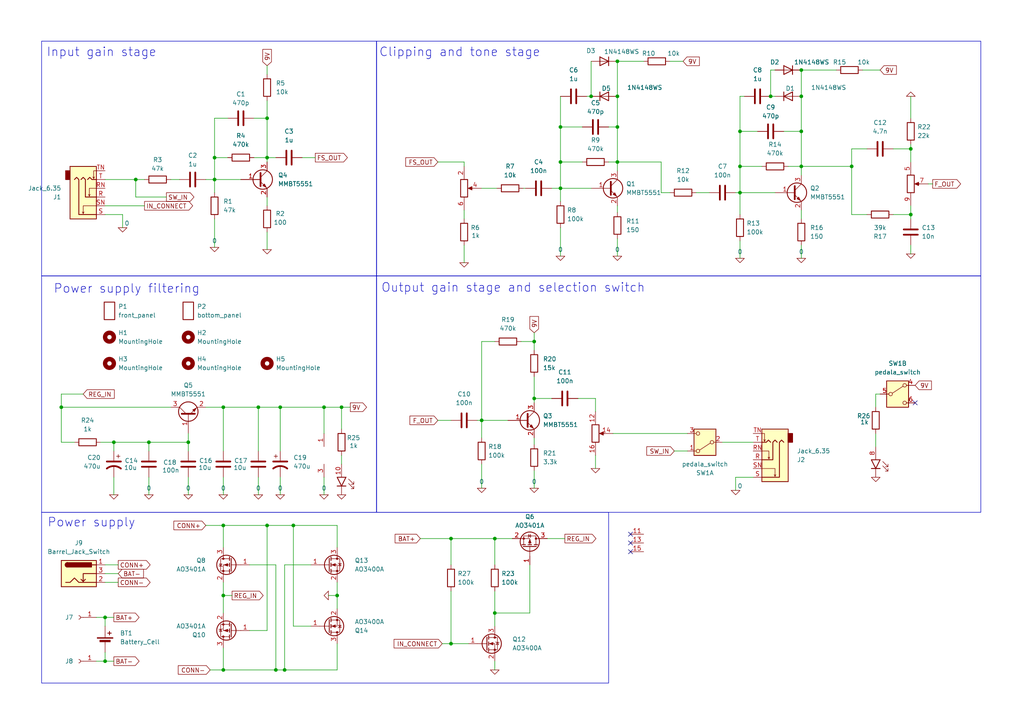
<source format=kicad_sch>
(kicad_sch (version 20250114) (generator "eeschema") (generator_version "9.0")
  (paper "A4")
  (title_block (title "Big Muff Pi"))
  (rectangle (start 12.065 148.59) (end 176.53 198.12))
  (rectangle (start 109.22 11.938) (end 284.48 80.01))
  (rectangle (start 12.065 11.938) (end 109.22 80.01))
  (rectangle (start 12.065 80.01) (end 109.22 148.59))
  (rectangle (start 109.22 80.01) (end 284.48 148.59))
  (text "Power supply filtering" (at 15.494 85.344 0) (effects (font (size 2.54 2.54)) (justify left bottom)))
  (text "Input gain stage" (at 29.464 15.24 0) (effects (font (size 2.54 2.54))))
  (text "Output gain stage and selection switch" (at 148.844 83.566 0) (effects (font (size 2.54 2.54))))
  (text "Clipping and tone stage" (at 133.35 15.24 0) (effects (font (size 2.54 2.54))))
  (text "Power supply" (at 13.716 151.638 0) (effects (font (size 2.54 2.54)) (justify left)))
  (junction (at 82.55 194.31))
  (junction (at 30.48 179.07))
  (junction (at 143.51 177.8))
  (junction (at 43.18 128.27))
  (junction (at 62.23 52.07))
  (junction (at 81.28 118.11))
  (junction (at 17.78 118.11))
  (junction (at 33.02 128.27))
  (junction (at 154.94 99.06))
  (junction (at 232.41 38.1))
  (junction (at 97.79 172.72))
  (junction (at 64.77 172.72))
  (junction (at 74.93 118.11))
  (junction (at 179.07 46.99))
  (junction (at 179.07 27.94))
  (junction (at 77.47 152.4))
  (junction (at 64.77 118.11))
  (junction (at 64.77 152.4))
  (junction (at 130.81 186.69))
  (junction (at 80.01 194.31))
  (junction (at 264.16 62.23))
  (junction (at 232.41 20.32))
  (junction (at 214.63 48.26))
  (junction (at 54.61 128.27))
  (junction (at 130.81 156.21))
  (junction (at 154.94 115.57))
  (junction (at 179.07 36.83))
  (junction (at 85.09 152.4))
  (junction (at 214.63 38.1))
  (junction (at 99.06 118.11))
  (junction (at 162.56 54.61))
  (junction (at 30.48 191.77))
  (junction (at 93.98 118.11))
  (junction (at 264.16 43.18))
  (junction (at 143.51 156.21))
  (junction (at 62.23 45.72))
  (junction (at 171.45 27.94))
  (junction (at 214.63 55.88))
  (junction (at 247.015 48.26))
  (junction (at 232.41 27.94))
  (junction (at 77.47 34.29))
  (junction (at 162.56 36.83))
  (junction (at 139.7 121.92))
  (junction (at 64.77 194.31))
  (junction (at 232.41 48.26))
  (junction (at 179.07 17.78))
  (junction (at 77.47 45.72))
  (junction (at 223.52 27.94))
  (junction (at 39.37 52.07))
  (junction (at 162.56 46.99))
  (no_connect (at 265.43 116.84))
  (no_connect (at 182.88 154.94))
  (no_connect (at 182.88 157.48))
  (no_connect (at 182.88 160.02))
  (wire (pts (xy 232.41 27.94) (xy 232.41 38.1)))
  (wire (pts (xy 179.07 27.94) (xy 179.07 36.83)))
  (wire (pts (xy 264.16 27.94) (xy 264.16 34.29)))
  (wire (pts (xy 77.47 152.4) (xy 85.09 152.4)))
  (wire (pts (xy 73.66 45.72) (xy 77.47 45.72)))
  (wire (pts (xy 62.23 52.07) (xy 69.85 52.07)))
  (wire (pts (xy 176.53 46.99) (xy 179.07 46.99)))
  (wire (pts (xy 264.16 41.91) (xy 264.16 43.18)))
  (wire (pts (xy 60.96 194.31) (xy 64.77 194.31)))
  (wire (pts (xy 251.46 43.18) (xy 247.015 43.18)))
  (wire (pts (xy 99.06 118.11) (xy 99.06 124.46)))
  (wire (pts (xy 214.63 27.94) (xy 214.63 38.1)))
  (wire (pts (xy 77.47 46.99) (xy 77.47 45.72)))
  (wire (pts (xy 232.41 71.12) (xy 232.41 74.93)))
  (wire (pts (xy 139.7 54.61) (xy 144.145 54.61)))
  (wire (pts (xy 66.04 34.29) (xy 62.23 34.29)))
  (wire (pts (xy 90.17 181.61) (xy 85.09 181.61)))
  (wire (pts (xy 201.93 55.88) (xy 205.74 55.88)))
  (wire (pts (xy 85.09 152.4) (xy 97.79 152.4)))
  (wire (pts (xy 30.48 59.69) (xy 41.91 59.69)))
  (wire (pts (xy 74.93 118.11) (xy 74.93 130.81)))
  (wire (pts (xy 81.28 138.43) (xy 81.28 143.51)))
  (wire (pts (xy 77.47 45.72) (xy 80.01 45.72)))
  (wire (pts (xy 143.51 163.83) (xy 143.51 156.21)))
  (wire (pts (xy 99.06 132.08) (xy 99.06 134.62)))
  (wire (pts (xy 130.81 171.45) (xy 130.81 186.69)))
  (wire (pts (xy 80.01 194.31) (xy 82.55 194.31)))
  (wire (pts (xy 64.77 138.43) (xy 64.77 143.51)))
  (wire (pts (xy 264.16 63.5) (xy 264.16 62.23)))
  (wire (pts (xy 130.81 186.69) (xy 135.89 186.69)))
  (wire (pts (xy 213.36 138.43) (xy 218.44 138.43)))
  (wire (pts (xy 93.98 138.43) (xy 93.98 143.51)))
  (wire (pts (xy 167.64 115.57) (xy 172.72 115.57)))
  (wire (pts (xy 177.8 125.73) (xy 199.39 125.73)))
  (wire (pts (xy 179.07 46.99) (xy 179.07 49.53)))
  (wire (pts (xy 247.015 48.26) (xy 247.015 62.23)))
  (wire (pts (xy 17.78 118.11) (xy 17.78 128.27)))
  (wire (pts (xy 232.41 38.1) (xy 232.41 48.26)))
  (wire (pts (xy 30.48 181.61) (xy 30.48 179.07)))
  (wire (pts (xy 99.06 118.11) (xy 93.98 118.11)))
  (wire (pts (xy 43.18 128.27) (xy 54.61 128.27)))
  (wire (pts (xy 232.41 60.96) (xy 232.41 63.5)))
  (wire (pts (xy 232.41 48.26) (xy 232.41 50.8)))
  (wire (pts (xy 82.55 194.31) (xy 97.79 194.31)))
  (wire (pts (xy 59.69 52.07) (xy 62.23 52.07)))
  (wire (pts (xy 39.37 52.07) (xy 41.91 52.07)))
  (wire (pts (xy 82.55 163.83) (xy 82.55 194.31)))
  (wire (pts (xy 66.04 45.72) (xy 62.23 45.72)))
  (wire (pts (xy 179.07 17.78) (xy 179.07 27.94)))
  (wire (pts (xy 43.18 138.43) (xy 43.18 143.51)))
  (wire (pts (xy 264.16 43.18) (xy 264.16 46.99)))
  (wire (pts (xy 162.56 46.99) (xy 162.56 54.61)))
  (wire (pts (xy 191.77 55.88) (xy 191.77 46.99)))
  (wire (pts (xy 33.02 138.43) (xy 33.02 143.51)))
  (wire (pts (xy 223.52 27.94) (xy 224.79 27.94)))
  (wire (pts (xy 72.39 163.83) (xy 80.01 163.83)))
  (wire (pts (xy 162.56 66.04) (xy 162.56 74.295)))
  (wire (pts (xy 254 114.3) (xy 255.27 114.3)))
  (wire (pts (xy 162.56 36.83) (xy 168.91 36.83)))
  (wire (pts (xy 264.16 59.69) (xy 264.16 62.23)))
  (wire (pts (xy 21.59 128.27) (xy 17.78 128.27)))
  (wire (pts (xy 97.79 152.4) (xy 97.79 158.75)))
  (wire (pts (xy 198.12 17.78) (xy 194.31 17.78)))
  (wire (pts (xy 214.63 48.26) (xy 214.63 55.88)))
  (wire (pts (xy 30.48 52.07) (xy 39.37 52.07)))
  (wire (pts (xy 130.81 156.21) (xy 130.81 163.83)))
  (wire (pts (xy 259.08 43.18) (xy 264.16 43.18)))
  (wire (pts (xy 93.98 118.11) (xy 81.28 118.11)))
  (wire (pts (xy 77.47 182.88) (xy 77.47 152.4)))
  (wire (pts (xy 62.23 55.88) (xy 62.23 52.07)))
  (wire (pts (xy 151.765 54.61) (xy 152.4 54.61)))
  (wire (pts (xy 214.63 38.1) (xy 214.63 48.26)))
  (wire (pts (xy 191.77 55.88) (xy 194.31 55.88)))
  (wire (pts (xy 62.23 63.5) (xy 62.23 71.755)))
  (wire (pts (xy 81.28 118.11) (xy 74.93 118.11)))
  (wire (pts (xy 213.36 55.88) (xy 214.63 55.88)))
  (wire (pts (xy 27.94 191.77) (xy 30.48 191.77)))
  (wire (pts (xy 17.78 114.3) (xy 17.78 118.11)))
  (wire (pts (xy 162.56 54.61) (xy 171.45 54.61)))
  (wire (pts (xy 143.51 156.21) (xy 148.59 156.21)))
  (wire (pts (xy 43.18 128.27) (xy 43.18 130.81)))
  (wire (pts (xy 172.72 119.38) (xy 172.72 115.57)))
  (wire (pts (xy 247.015 43.18) (xy 247.015 48.26)))
  (wire (pts (xy 259.08 62.23) (xy 264.16 62.23)))
  (wire (pts (xy 154.94 127) (xy 154.94 128.905)))
  (wire (pts (xy 154.94 136.525) (xy 154.94 141.605)))
  (wire (pts (xy 143.51 181.61) (xy 143.51 177.8)))
  (wire (pts (xy 153.67 177.8) (xy 143.51 177.8)))
  (wire (pts (xy 34.29 168.91) (xy 30.48 168.91)))
  (wire (pts (xy 121.92 156.21) (xy 130.81 156.21)))
  (wire (pts (xy 143.51 194.31) (xy 143.51 191.77)))
  (wire (pts (xy 77.47 67.31) (xy 77.47 72.39)))
  (wire (pts (xy 85.09 181.61) (xy 85.09 152.4)))
  (wire (pts (xy 143.51 99.06) (xy 139.7 99.06)))
  (wire (pts (xy 93.98 118.11) (xy 93.98 125.73)))
  (wire (pts (xy 264.16 71.12) (xy 264.16 73.66)))
  (wire (pts (xy 151.13 99.06) (xy 154.94 99.06)))
  (wire (pts (xy 162.56 27.94) (xy 162.56 36.83)))
  (wire (pts (xy 64.77 187.96) (xy 64.77 194.31)))
  (wire (pts (xy 160.02 115.57) (xy 154.94 115.57)))
  (wire (pts (xy 49.53 52.07) (xy 52.07 52.07)))
  (wire (pts (xy 186.69 17.78) (xy 179.07 17.78)))
  (wire (pts (xy 95.25 172.72) (xy 97.79 172.72)))
  (wire (pts (xy 39.37 57.15) (xy 48.26 57.15)))
  (wire (pts (xy 162.56 36.83) (xy 162.56 46.99)))
  (wire (pts (xy 160.02 54.61) (xy 162.56 54.61)))
  (wire (pts (xy 64.77 152.4) (xy 77.47 152.4)))
  (wire (pts (xy 77.47 34.29) (xy 77.47 45.72)))
  (wire (pts (xy 59.69 118.11) (xy 64.77 118.11)))
  (wire (pts (xy 54.61 125.73) (xy 54.61 128.27)))
  (wire (pts (xy 179.07 46.99) (xy 191.77 46.99)))
  (wire (pts (xy 227.33 38.1) (xy 232.41 38.1)))
  (wire (pts (xy 154.94 109.22) (xy 154.94 115.57)))
  (wire (pts (xy 97.79 176.53) (xy 97.79 172.72)))
  (wire (pts (xy 81.28 118.11) (xy 81.28 130.81)))
  (wire (pts (xy 97.79 172.72) (xy 97.79 168.91)))
  (wire (pts (xy 176.53 36.83) (xy 179.07 36.83)))
  (wire (pts (xy 143.51 171.45) (xy 143.51 177.8)))
  (wire (pts (xy 162.56 58.42) (xy 162.56 54.61)))
  (wire (pts (xy 139.7 99.06) (xy 139.7 121.92)))
  (wire (pts (xy 101.6 118.11) (xy 99.06 118.11)))
  (wire (pts (xy 213.36 142.24) (xy 213.36 138.43)))
  (wire (pts (xy 254 118.11) (xy 254 114.3)))
  (wire (pts (xy 172.72 132.08) (xy 172.72 135.89)))
  (wire (pts (xy 162.56 46.99) (xy 168.91 46.99)))
  (wire (pts (xy 97.79 194.31) (xy 97.79 186.69)))
  (wire (pts (xy 77.47 57.15) (xy 77.47 59.69)))
  (wire (pts (xy 33.02 128.27) (xy 43.18 128.27)))
  (wire (pts (xy 35.56 62.23) (xy 35.56 66.04)))
  (wire (pts (xy 139.7 121.92) (xy 147.32 121.92)))
  (wire (pts (xy 134.62 46.99) (xy 134.62 48.26)))
  (wire (pts (xy 154.94 99.06) (xy 154.94 101.6)))
  (wire (pts (xy 59.69 152.4) (xy 64.77 152.4)))
  (wire (pts (xy 138.43 121.92) (xy 139.7 121.92)))
  (wire (pts (xy 209.55 128.27) (xy 218.44 128.27)))
  (wire (pts (xy 64.77 158.75) (xy 64.77 152.4)))
  (wire (pts (xy 214.63 27.94) (xy 215.9 27.94)))
  (wire (pts (xy 64.77 172.72) (xy 64.77 168.91)))
  (wire (pts (xy 62.23 34.29) (xy 62.23 45.72)))
  (wire (pts (xy 17.78 118.11) (xy 49.53 118.11)))
  (wire (pts (xy 153.67 163.83) (xy 153.67 177.8)))
  (wire (pts (xy 72.39 182.88) (xy 77.47 182.88)))
  (wire (pts (xy 128.27 186.69) (xy 130.81 186.69)))
  (wire (pts (xy 214.63 48.26) (xy 220.98 48.26)))
  (wire (pts (xy 54.61 130.81) (xy 54.61 128.27)))
  (wire (pts (xy 127 46.99) (xy 134.62 46.99)))
  (wire (pts (xy 214.63 55.88) (xy 214.63 62.23)))
  (wire (pts (xy 24.13 114.3) (xy 17.78 114.3)))
  (wire (pts (xy 179.07 59.69) (xy 179.07 61.595)))
  (wire (pts (xy 154.94 96.52) (xy 154.94 99.06)))
  (wire (pts (xy 254 129.54) (xy 254 125.73)))
  (wire (pts (xy 139.7 127) (xy 139.7 121.92)))
  (wire (pts (xy 223.52 20.32) (xy 224.79 20.32)))
  (wire (pts (xy 232.41 20.32) (xy 232.41 27.94)))
  (wire (pts (xy 77.47 19.05) (xy 77.47 21.59)))
  (wire (pts (xy 130.81 156.21) (xy 143.51 156.21)))
  (wire (pts (xy 255.27 20.32) (xy 250.19 20.32)))
  (wire (pts (xy 223.52 20.32) (xy 223.52 27.94)))
  (wire (pts (xy 30.48 166.37) (xy 34.29 166.37)))
  (wire (pts (xy 214.63 55.88) (xy 224.79 55.88)))
  (wire (pts (xy 163.83 156.21) (xy 158.75 156.21)))
  (wire (pts (xy 214.63 69.85) (xy 214.63 74.93)))
  (wire (pts (xy 154.94 115.57) (xy 154.94 116.84)))
  (wire (pts (xy 269.24 53.34) (xy 270.51 53.34)))
  (wire (pts (xy 73.66 34.29) (xy 77.47 34.29)))
  (wire (pts (xy 62.23 45.72) (xy 62.23 52.07)))
  (wire (pts (xy 195.58 130.81) (xy 199.39 130.81)))
  (wire (pts (xy 30.48 62.23) (xy 35.56 62.23)))
  (wire (pts (xy 232.41 48.26) (xy 247.015 48.26)))
  (wire (pts (xy 179.07 36.83) (xy 179.07 46.99)))
  (wire (pts (xy 87.63 45.72) (xy 91.44 45.72)))
  (wire (pts (xy 77.47 29.21) (xy 77.47 34.29)))
  (wire (pts (xy 90.17 163.83) (xy 82.55 163.83)))
  (wire (pts (xy 39.37 57.15) (xy 39.37 52.07)))
  (wire (pts (xy 64.77 177.8) (xy 64.77 172.72)))
  (wire (pts (xy 74.93 138.43) (xy 74.93 143.51)))
  (wire (pts (xy 134.62 71.12) (xy 134.62 76.2)))
  (wire (pts (xy 27.94 179.07) (xy 30.48 179.07)))
  (wire (pts (xy 54.61 138.43) (xy 54.61 143.51)))
  (wire (pts (xy 30.48 189.23) (xy 30.48 191.77)))
  (wire (pts (xy 127 121.92) (xy 130.81 121.92)))
  (wire (pts (xy 247.015 62.23) (xy 251.46 62.23)))
  (wire (pts (xy 34.29 163.83) (xy 30.48 163.83)))
  (wire (pts (xy 228.6 48.26) (xy 232.41 48.26)))
  (wire (pts (xy 64.77 118.11) (xy 64.77 130.81)))
  (wire (pts (xy 179.07 69.215) (xy 179.07 74.295)))
  (wire (pts (xy 232.41 20.32) (xy 242.57 20.32)))
  (wire (pts (xy 29.21 128.27) (xy 33.02 128.27)))
  (wire (pts (xy 30.48 179.07) (xy 33.02 179.07)))
  (wire (pts (xy 33.02 128.27) (xy 33.02 130.81)))
  (wire (pts (xy 80.01 163.83) (xy 80.01 194.31)))
  (wire (pts (xy 64.77 194.31) (xy 80.01 194.31)))
  (wire (pts (xy 171.45 17.78) (xy 171.45 27.94)))
  (wire (pts (xy 30.48 191.77) (xy 33.02 191.77)))
  (wire (pts (xy 170.18 27.94) (xy 171.45 27.94)))
  (wire (pts (xy 134.62 60.96) (xy 134.62 63.5)))
  (wire (pts (xy 214.63 38.1) (xy 219.71 38.1)))
  (wire (pts (xy 74.93 118.11) (xy 64.77 118.11)))
  (wire (pts (xy 139.7 134.62) (xy 139.7 141.605)))
  (wire (pts (xy 67.31 172.72) (xy 64.77 172.72)))
  (global_label "FS_OUT" (shape input) (at 127 46.99 180) (property "Intersheetrefs" "${INTERSHEET_REFS}" (effects (hide yes))))
  (global_label "REG_IN" (shape input) (at 24.13 114.3 0) (property "Intersheetrefs" "${INTERSHEET_REFS}" (effects (hide yes))))
  (global_label "9V" (shape output) (at 101.6 118.11 0) (property "Intersheetrefs" "${INTERSHEET_REFS}" (effects (hide yes))))
  (global_label "CONN+" (shape output) (at 34.29 163.83 0) (property "Intersheetrefs" "${INTERSHEET_REFS}" (effects (hide yes))))
  (global_label "CONN+" (shape input) (at 59.69 152.4 180) (property "Intersheetrefs" "${INTERSHEET_REFS}" (effects (hide yes))))
  (global_label "SW_IN" (shape output) (at 48.26 57.15 0) (property "Intersheetrefs" "${INTERSHEET_REFS}" (effects (hide yes))))
  (global_label "9V" (shape input) (at 77.47 19.05 90) (property "Intersheetrefs" "${INTERSHEET_REFS}" (effects (hide yes))))
  (global_label "BAT-" (shape output) (at 33.02 191.77 0) (property "Intersheetrefs" "${INTERSHEET_REFS}" (effects (hide yes))))
  (global_label "IN_CONNECT" (shape input) (at 128.27 186.69 180) (property "Intersheetrefs" "${INTERSHEET_REFS}" (effects (hide yes))))
  (global_label "9V" (shape input) (at 198.12 17.78 0) (property "Intersheetrefs" "${INTERSHEET_REFS}" (effects (hide yes))))
  (global_label "FS_OUT" (shape output) (at 91.44 45.72 0) (property "Intersheetrefs" "${INTERSHEET_REFS}" (effects (hide yes))))
  (global_label "BAT+" (shape output) (at 33.02 179.07 0) (property "Intersheetrefs" "${INTERSHEET_REFS}" (effects (hide yes))))
  (global_label "F_OUT" (shape input) (at 127 121.92 180) (property "Intersheetrefs" "${INTERSHEET_REFS}" (effects (hide yes))))
  (global_label "F_OUT" (shape output) (at 270.51 53.34 0) (property "Intersheetrefs" "${INTERSHEET_REFS}" (effects (hide yes))))
  (global_label "BAT-" (shape input) (at 34.29 166.37 0) (property "Intersheetrefs" "${INTERSHEET_REFS}" (effects (hide yes))))
  (global_label "BAT+" (shape input) (at 121.92 156.21 180) (property "Intersheetrefs" "${INTERSHEET_REFS}" (effects (hide yes))))
  (global_label "SW_IN" (shape input) (at 195.58 130.81 180) (property "Intersheetrefs" "${INTERSHEET_REFS}" (effects (hide yes))))
  (global_label "IN_CONNECT" (shape output) (at 41.91 59.69 0) (property "Intersheetrefs" "${INTERSHEET_REFS}" (effects (hide yes))))
  (global_label "CONN-" (shape input) (at 60.96 194.31 180) (property "Intersheetrefs" "${INTERSHEET_REFS}" (effects (hide yes))))
  (global_label "REG_IN" (shape output) (at 163.83 156.21 0) (property "Intersheetrefs" "${INTERSHEET_REFS}" (effects (hide yes))))
  (global_label "CONN-" (shape output) (at 34.29 168.91 0) (property "Intersheetrefs" "${INTERSHEET_REFS}" (effects (hide yes))))
  (global_label "9V" (shape input) (at 265.43 111.76 0) (property "Intersheetrefs" "${INTERSHEET_REFS}" (effects (hide yes))))
  (global_label "9V" (shape input) (at 154.94 96.52 90) (property "Intersheetrefs" "${INTERSHEET_REFS}" (effects (hide yes))))
  (global_label "REG_IN" (shape output) (at 67.31 172.72 0) (property "Intersheetrefs" "${INTERSHEET_REFS}" (effects (hide yes))))
  (global_label "9V" (shape input) (at 255.27 20.32 0) (property "Intersheetrefs" "${INTERSHEET_REFS}" (effects (hide yes))))
  (symbol (lib_id "Diode:1N4148WS") (at 228.6 27.94 0) (unit 1)
    (property "Reference" "D1" (at 227.838 25.654 0) (effects (justify left)))
    (property "Value" "1N4148WS" (at 235.204 25.4 0) (effects (justify left)))
    (property "Footprint" "Diode_SMD:D_SOD-323" (effects (hide yes)))
    (property "Datasheet" "https://www.vishay.com/docs/85751/1n4148ws.pdf" (effects (hide yes)))
    (property "Sim.Device" "D" (effects (hide yes)))
    (property "Sim.Pins" "1=K 2=A" (effects (hide yes)))
    (property "Sim.Library" "/home/ostoja/spice_models/diode/1N4148.lib" (effects (hide yes)))
    (property "Sim.Name" "1N4148" (effects (hide yes)))
    (property "LCSC" "C2128" (effects (hide yes)))
  )
  (symbol (lib_id "Transistor_FET:AO3401A") (at 153.67 158.75 270) (mirror x) (unit 1)
    (property "Reference" "Q6" (at 153.67 149.86 90))
    (property "Value" "AO3401A" (at 153.67 152.4 90))
    (property "Footprint" "Package_TO_SOT_SMD:SOT-23" (effects (hide yes)))
    (property "Datasheet" "http://www.aosmd.com/pdfs/datasheet/AO3401A.pdf" (effects (hide yes)))
    (property "Description" "-4.0A Id, -30V Vds, P-Channel MOSFET, SOT-23" (effects (hide yes)))
    (property "LCSC" "C15127" (effects (hide yes)))
  )
  (symbol (lib_id "Simulation_SPICE:0") (at 172.72 135.89 0) (unit 1)
    (property "Reference" "#GND014" (effects (hide yes)))
    (property "Value" "0" (effects (hide yes)))
  )
  (symbol (lib_id "Simulation_SPICE:0") (at 35.56 66.04 0) (unit 1)
    (property "Reference" "#GND017" (effects (hide yes)))
    (property "Value" "0" (at 36.83 64.77 0))
  )
  (symbol (lib_id "Mechanical:MountingHole") (at 31.75 105.41 0) (unit 1)
    (property "Reference" "H3" (at 34.29 104.14 0) (effects (justify left)))
    (property "Value" "MountingHole" (at 34.29 106.68 0) (effects (justify left)))
    (property "Footprint" "pedale:M3_hole_with_spacer" (effects (hide yes)))
  )
  (symbol (lib_id "Simulation_SPICE:0") (at 43.18 143.51 0) (unit 1)
    (property "Reference" "#GND016" (effects (hide yes)))
    (property "Value" "0" (at 43.18 141.605 0))
  )
  (symbol (lib_id "Device:R") (at 62.23 59.69 0) (unit 1)
    (property "Reference" "R1" (at 64.77 58.42 0) (effects (justify left)))
    (property "Value" "47k" (at 64.77 60.96 0) (effects (justify left)))
    (property "Footprint" "Resistor_SMD:R_0603_1608Metric_Pad0.98x0.95mm_HandSolder" (effects (hide yes)))
    (property "LCSC" "C25819" (effects (hide yes)))
  )
  (symbol (lib_id "Simulation_SPICE:0") (at 264.16 27.94 180) (unit 1)
    (property "Reference" "#GND013" (effects (hide yes)))
    (property "Value" "0" (effects (hide yes)))
  )
  (symbol (lib_id "pedale:top_panel_connector") (at 134.62 54.61 0) (unit 1)
    (property "Reference" "J6" (effects (hide yes)))
    (property "Value" "top_panel_connector" (effects (hide yes)))
    (property "Footprint" "Connector_IDC:IDC-Header_2x08_P2.54mm_Vertical" (effects (hide yes)))
  )
  (symbol (lib_id "Simulation_SPICE:0") (at 54.61 143.51 0) (unit 1)
    (property "Reference" "#GND024" (effects (hide yes)))
    (property "Value" "0" (at 54.61 141.605 0))
  )
  (symbol (lib_id "Connector:Barrel_Jack_Switch") (at 22.86 166.37 0) (unit 1)
    (property "Reference" "J9" (at 22.86 157.48 0))
    (property "Value" "Barrel_Jack_Switch" (at 22.86 160.02 0))
    (property "Footprint" "pedale:BarrelJack" (effects (hide yes)))
    (property "Description" "DC Barrel Jack with an internal switch" (effects (hide yes)))
  )
  (symbol (lib_id "pedale:pedala_switch") (at 260.35 114.3 0) (unit 2)
    (property "Reference" "SW1" (at 260.35 105.41 0))
    (property "Value" "pedala_switch" (at 260.35 107.95 0))
    (property "Footprint" "pedale:foot_switch_tht_and_floating" (effects (hide yes)))
    (property "Description" "Switch, dual pole double throw, separate symbols" (effects (hide yes)))
  )
  (symbol (lib_id "Simulation_SPICE:0") (at 143.51 194.31 0) (unit 1)
    (property "Reference" "#GND018" (effects (hide yes)))
    (property "Value" "0" (effects (hide yes)))
  )
  (symbol (lib_id "Device:C") (at 255.27 43.18 90) (unit 1)
    (property "Reference" "C12" (at 255.27 35.56 90))
    (property "Value" "4.7n" (at 255.27 38.1 90))
    (property "Footprint" "Capacitor_SMD:C_0603_1608Metric_Pad1.08x0.95mm_HandSolder" (effects (hide yes)))
    (property "LCSC" "C53987" (effects (hide yes)))
  )
  (symbol (lib_id "Transistor_BJT:BC817") (at 176.53 54.61 0) (unit 1)
    (property "Reference" "Q1" (at 181.61 53.3399 0) (effects (justify left)))
    (property "Value" "MMBT5551" (at 181.61 55.8799 0) (effects (justify left)))
    (property "Footprint" "Package_TO_SOT_SMD:SOT-23" (effects (hide yes)))
    (property "Datasheet" "https://www.onsemi.com/pub/Collateral/BC818-D.pdf" (effects (hide yes)))
    (property "Sim.Library" "/home/ostoja/spice_models/bjts/BC817-40.lib" (effects (hide yes)))
    (property "Sim.Name" "BC817-40" (effects (hide yes)))
    (property "Sim.Device" "NPN" (effects (hide yes)))
    (property "Sim.Type" "GUMMELPOON" (effects (hide yes)))
    (property "Sim.Pins" "1=B 2=E 3=C" (effects (hide yes)))
    (property "Sim.Params" "is=62860a isc=187700a" (effects (hide yes)))
    (property "LCSC" "C2145" (effects (hide yes)))
  )
  (symbol (lib_id "Device:R") (at 214.63 66.04 0) (unit 1)
    (property "Reference" "R13" (at 216.535 64.77 0) (effects (justify left)))
    (property "Value" "100k" (at 216.535 67.31 0) (effects (justify left)))
    (property "Footprint" "Resistor_SMD:R_0603_1608Metric_Pad0.98x0.95mm_HandSolder" (effects (hide yes)))
    (property "LCSC" "C25803" (effects (hide yes)))
  )
  (symbol (lib_id "Device:C") (at 54.61 134.62 180) (unit 1)
    (property "Reference" "C18" (at 49.276 134.112 0))
    (property "Value" "100n" (at 49.53 136.398 0))
    (property "Footprint" "Capacitor_SMD:C_0603_1608Metric_Pad1.08x0.95mm_HandSolder" (effects (hide yes)))
    (property "LCSC" "C14663" (effects (hide yes)))
  )
  (symbol (lib_id "Device:R") (at 162.56 62.23 0) (unit 1)
    (property "Reference" "R8" (at 164.465 60.96 0) (effects (justify left)))
    (property "Value" "100k" (at 164.465 63.5 0) (effects (justify left)))
    (property "Footprint" "Resistor_SMD:R_0603_1608Metric_Pad0.98x0.95mm_HandSolder" (effects (hide yes)))
    (property "LCSC" "C25803" (effects (hide yes)))
  )
  (symbol (lib_id "pedale:top_panel_connector") (at 182.88 160.02 0) (unit 7)
    (property "Reference" "J6" (effects (hide yes)))
    (property "Value" "top_panel_connector" (effects (hide yes)))
    (property "Footprint" "Connector_IDC:IDC-Header_2x08_P2.54mm_Vertical" (effects (hide yes)))
  )
  (symbol (lib_id "Device:C") (at 172.72 36.83 90) (unit 1)
    (property "Reference" "C5" (at 172.72 29.845 90))
    (property "Value" "470p" (at 172.72 32.385 90))
    (property "Footprint" "Capacitor_SMD:C_0603_1608Metric_Pad1.08x0.95mm_HandSolder" (effects (hide yes)))
    (property "LCSC" "C1620" (effects (hide yes)))
  )
  (symbol (lib_id "Device:R") (at 45.72 52.07 90) (unit 1)
    (property "Reference" "R3" (at 45.72 46.355 90))
    (property "Value" "47k" (at 45.72 48.895 90))
    (property "Footprint" "Resistor_SMD:R_0603_1608Metric_Pad0.98x0.95mm_HandSolder" (effects (hide yes)))
    (property "LCSC" "C25819" (effects (hide yes)))
  )
  (symbol (lib_id "pedale:Jack_6.35") (at 223.52 133.35 180) (unit 1)
    (property "Reference" "J2" (at 231.14 133.3501 0) (effects (justify right)))
    (property "Value" "Jack_6.35" (at 231.14 130.8101 0) (effects (justify right)))
    (property "Footprint" "pedale:Jack_6.35mm" (effects (hide yes)))
    (property "Description" "Audio Jack, 3 Poles (Stereo / TRS), Switched Poles (Normalling)" (effects (hide yes)))
  )
  (symbol (lib_id "pedale:pedala_switch") (at 204.47 128.27 180) (unit 1)
    (property "Reference" "SW1" (at 204.47 137.16 0))
    (property "Value" "pedala_switch" (at 204.47 134.62 0))
    (property "Footprint" "pedale:foot_switch_tht_and_floating" (effects (hide yes)))
    (property "Description" "Switch, dual pole double throw, separate symbols" (effects (hide yes)))
  )
  (symbol (lib_id "Device:R") (at 154.94 105.41 180) (unit 1)
    (property "Reference" "R20" (at 157.48 104.14 0) (effects (justify right)))
    (property "Value" "15k" (at 157.48 106.68 0) (effects (justify right)))
    (property "Footprint" "Resistor_SMD:R_0603_1608Metric_Pad0.98x0.95mm_HandSolder" (effects (hide yes)))
    (property "LCSC" "C22809" (effects (hide yes)))
  )
  (symbol (lib_id "Device:C") (at 264.16 67.31 180) (unit 1)
    (property "Reference" "C13" (at 267.335 66.04 0) (effects (justify right)))
    (property "Value" "10n" (at 267.335 68.58 0) (effects (justify right)))
    (property "Footprint" "Capacitor_SMD:C_0603_1608Metric_Pad1.08x0.95mm_HandSolder" (effects (hide yes)))
    (property "LCSC" "C57112" (effects (hide yes)))
  )
  (symbol (lib_id "Device:C") (at 55.88 52.07 90) (unit 1)
    (property "Reference" "C2" (at 55.88 45.085 90))
    (property "Value" "1u" (at 55.88 47.625 90))
    (property "Footprint" "Capacitor_SMD:C_0603_1608Metric_Pad1.08x0.95mm_HandSolder" (effects (hide yes)))
    (property "LCSC" "C15849" (effects (hide yes)))
  )
  (symbol (lib_id "Device:C") (at 166.37 27.94 90) (unit 1)
    (property "Reference" "C6" (at 166.37 20.32 90))
    (property "Value" "1u" (at 166.37 22.86 90))
    (property "Footprint" "Capacitor_SMD:C_0603_1608Metric_Pad1.08x0.95mm_HandSolder" (effects (hide yes)))
    (property "LCSC" "C15849" (effects (hide yes)))
  )
  (symbol (lib_id "Device:R") (at 147.32 99.06 90) (unit 1)
    (property "Reference" "R19" (at 147.32 92.71 90))
    (property "Value" "470k" (at 147.32 95.25 90))
    (property "Footprint" "Resistor_SMD:R_0603_1608Metric_Pad0.98x0.95mm_HandSolder" (effects (hide yes)))
    (property "LCSC" "C23178" (effects (hide yes)))
  )
  (symbol (lib_id "Device:R") (at 130.81 167.64 0) (unit 1)
    (property "Reference" "R27" (at 132.715 166.37 0) (effects (justify left)))
    (property "Value" "100k" (at 132.715 168.91 0) (effects (justify left)))
    (property "Footprint" "Resistor_SMD:R_0603_1608Metric_Pad0.98x0.95mm_HandSolder" (effects (hide yes)))
    (property "LCSC" "C25803" (effects (hide yes)))
  )
  (symbol (lib_id "Device:R") (at 154.94 132.715 0) (unit 1)
    (property "Reference" "R21" (at 157.48 131.445 0) (effects (justify left)))
    (property "Value" "3.3k" (at 157.48 133.985 0) (effects (justify left)))
    (property "Footprint" "Resistor_SMD:R_0603_1608Metric_Pad0.98x0.95mm_HandSolder" (effects (hide yes)))
    (property "LCSC" "C22978" (effects (hide yes)))
  )
  (symbol (lib_id "Device:R") (at 77.47 63.5 0) (mirror x) (unit 1)
    (property "Reference" "R2" (at 81.28 61.976 0))
    (property "Value" "100" (at 81.28 64.516 0))
    (property "Footprint" "Resistor_SMD:R_0603_1608Metric_Pad0.98x0.95mm_HandSolder" (effects (hide yes)))
    (property "LCSC" "C22775" (effects (hide yes)))
  )
  (symbol (lib_id "Simulation_SPICE:0") (at 77.47 72.39 0) (unit 1)
    (property "Reference" "#GND02" (effects (hide yes)))
    (property "Value" "0" (effects (hide yes)))
  )
  (symbol (lib_id "Simulation_SPICE:0") (at 93.98 143.51 0) (unit 1)
    (property "Reference" "#GND023" (effects (hide yes)))
    (property "Value" "0" (at 93.98 141.605 0))
  )
  (symbol (lib_id "Device:C") (at 43.18 134.62 0) (mirror y) (unit 1)
    (property "Reference" "C14" (at 38.1 133.604 0))
    (property "Value" "10u" (at 37.846 135.636 0))
    (property "Footprint" "Capacitor_SMD:C_0603_1608Metric_Pad1.08x0.95mm_HandSolder" (effects (hide yes)))
    (property "LCSC" "C96446" (effects (hide yes)))
  )
  (symbol (lib_id "Connector:Conn_01x01_Socket") (at 22.86 191.77 180) (unit 1)
    (property "Reference" "J8" (at 20.066 191.77 0))
    (property "Value" "Conn_01x01_Socket" (effects (hide yes)))
    (property "Footprint" "TestPoint:TestPoint_THTPad_D2.5mm_Drill1.2mm" (effects (hide yes)))
    (property "Description" "Generic connector, single row, 01x01, script generated" (effects (hide yes)))
  )
  (symbol (lib_name "MountingHole_4") (lib_id "Mechanical:MountingHole") (at 77.47 105.41 0) (unit 1)
    (property "Reference" "H5" (at 80.01 104.14 0) (effects (justify left)))
    (property "Value" "MountingHole" (at 80.01 106.68 0) (effects (justify left)))
    (property "Footprint" "pedale:M3_hole_with_spacer" (effects (hide yes)))
  )
  (symbol (lib_id "pedale:top_panel_connector") (at 264.16 53.34 0) (unit 2)
    (property "Reference" "J6" (effects (hide yes)))
    (property "Value" "top_panel_connector" (effects (hide yes)))
    (property "Footprint" "Connector_IDC:IDC-Header_2x08_P2.54mm_Vertical" (effects (hide yes)))
  )
  (symbol (lib_id "Device:C") (at 156.21 54.61 90) (unit 1)
    (property "Reference" "C4" (at 156.21 46.99 90))
    (property "Value" "100n" (at 156.21 49.53 90))
    (property "Footprint" "Capacitor_SMD:C_0603_1608Metric_Pad1.08x0.95mm_HandSolder" (effects (hide yes)))
    (property "LCSC" "C14663" (effects (hide yes)))
  )
  (symbol (lib_id "pedale:top_panel_connector") (at 93.98 138.43 0) (unit 6)
    (property "Reference" "J6" (effects (hide yes)))
    (property "Value" "top_panel_connector" (effects (hide yes)))
    (property "Footprint" "Connector_IDC:IDC-Header_2x08_P2.54mm_Vertical" (effects (hide yes)))
  )
  (symbol (lib_id "Device:R") (at 179.07 65.405 0) (unit 1)
    (property "Reference" "R11" (at 181.61 64.135 0) (effects (justify left)))
    (property "Value" "150" (at 181.61 66.675 0) (effects (justify left)))
    (property "Footprint" "Resistor_SMD:R_0603_1608Metric_Pad0.98x0.95mm_HandSolder" (effects (hide yes)))
    (property "LCSC" "C22808" (effects (hide yes)))
  )
  (symbol (lib_id "Device:C") (at 69.85 34.29 90) (unit 1)
    (property "Reference" "C1" (at 69.85 27.305 90))
    (property "Value" "470p" (at 69.85 29.845 90))
    (property "Footprint" "Capacitor_SMD:C_0603_1608Metric_Pad1.08x0.95mm_HandSolder" (effects (hide yes)))
    (property "LCSC" "C1620" (effects (hide yes)))
  )
  (symbol (lib_id "Transistor_BJT:BC817") (at 74.93 52.07 0) (unit 1)
    (property "Reference" "Q4" (at 80.645 50.8 0) (effects (justify left)))
    (property "Value" "MMBT5551" (at 80.645 53.34 0) (effects (justify left)))
    (property "Footprint" "Package_TO_SOT_SMD:SOT-23" (effects (hide yes)))
    (property "Datasheet" "https://www.onsemi.com/pub/Collateral/BC818-D.pdf" (effects (hide yes)))
    (property "Sim.Library" "/home/ostoja/spice_models/bjts/BC817-40.lib" (effects (hide yes)))
    (property "Sim.Name" "BC817-40" (effects (hide yes)))
    (property "Sim.Device" "NPN" (effects (hide yes)))
    (property "Sim.Type" "GUMMELPOON" (effects (hide yes)))
    (property "Sim.Pins" "1=B 2=E 3=C" (effects (hide yes)))
    (property "Sim.Params" "is=62860a isc=187700a" (effects (hide yes)))
    (property "LCSC" "C2145" (effects (hide yes)))
  )
  (symbol (lib_id "Transistor_BJT:BC817") (at 229.87 55.88 0) (unit 1)
    (property "Reference" "Q2" (at 234.95 54.6099 0) (effects (justify left)))
    (property "Value" "MMBT5551" (at 234.95 57.1499 0) (effects (justify left)))
    (property "Footprint" "Package_TO_SOT_SMD:SOT-23" (effects (hide yes)))
    (property "Datasheet" "https://www.onsemi.com/pub/Collateral/BC818-D.pdf" (effects (hide yes)))
    (property "Sim.Library" "/home/ostoja/spice_models/bjts/BC817-40.lib" (effects (hide yes)))
    (property "Sim.Name" "BC817-40" (effects (hide yes)))
    (property "Sim.Device" "NPN" (effects (hide yes)))
    (property "Sim.Type" "GUMMELPOON" (effects (hide yes)))
    (property "Sim.Pins" "1=B 2=E 3=C" (effects (hide yes)))
    (property "Sim.Params" "is=62860a isc=187700a" (effects (hide yes)))
    (property "LCSC" "C2145" (effects (hide yes)))
  )
  (symbol (lib_id "Device:R") (at 25.4 128.27 270) (unit 1)
    (property "Reference" "R24" (at 25.4 121.92 90))
    (property "Value" "1k" (at 25.4 124.46 90))
    (property "Footprint" "Resistor_SMD:R_0603_1608Metric_Pad0.98x0.95mm_HandSolder" (effects (hide yes)))
    (property "LCSC" "C21190" (effects (hide yes)))
  )
  (symbol (lib_id "Diode:1N4148WS") (at 228.6 20.32 0) (mirror y) (unit 1)
    (property "Reference" "D2" (at 226.06 18.034 0) (effects (justify left)))
    (property "Value" "1N4148WS" (at 240.538 18.034 0) (effects (justify left)))
    (property "Footprint" "Diode_SMD:D_SOD-323" (effects (hide yes)))
    (property "Datasheet" "https://www.vishay.com/docs/85751/1n4148ws.pdf" (effects (hide yes)))
    (property "Sim.Device" "D" (effects (hide yes)))
    (property "Sim.Pins" "1=K 2=A" (effects (hide yes)))
    (property "Sim.Library" "/home/ostoja/spice_models/diode/1N4148.lib" (effects (hide yes)))
    (property "Sim.Name" "1N4148" (effects (hide yes)))
    (property "LCSC" "C2128" (effects (hide yes)))
  )
  (symbol (lib_name "MountingHole_3") (lib_id "Mechanical:MountingHole") (at 54.61 97.79 0) (unit 1)
    (property "Reference" "H2" (at 57.15 96.52 0) (effects (justify left)))
    (property "Value" "MountingHole" (at 57.15 99.06 0) (effects (justify left)))
    (property "Footprint" "pedale:M3_hole_with_spacer" (effects (hide yes)))
  )
  (symbol (lib_id "Transistor_BJT:BC817") (at 54.61 120.65 90) (unit 1)
    (property "Reference" "Q5" (at 54.61 111.76 90))
    (property "Value" "MMBT5551" (at 54.61 114.3 90))
    (property "Footprint" "Package_TO_SOT_SMD:SOT-23" (effects (hide yes)))
    (property "Datasheet" "https://www.onsemi.com/pub/Collateral/BC818-D.pdf" (effects (hide yes)))
    (property "Sim.Library" "/home/ostoja/spice_models/bjts/BC817-40.lib" (effects (hide yes)))
    (property "Sim.Name" "BC817-40" (effects (hide yes)))
    (property "Sim.Device" "NPN" (effects (hide yes)))
    (property "Sim.Type" "GUMMELPOON" (effects (hide yes)))
    (property "Sim.Pins" "1=B 2=E 3=C" (effects (hide yes)))
    (property "Sim.Params" "is=62860a isc=187700a" (effects (hide yes)))
    (property "LCSC" "C2145" (effects (hide yes)))
  )
  (symbol (lib_id "Simulation_SPICE:0") (at 81.28 143.51 0) (unit 1)
    (property "Reference" "#GND021" (effects (hide yes)))
    (property "Value" "0" (at 81.28 141.605 0))
  )
  (symbol (lib_id "Device:C") (at 223.52 38.1 90) (unit 1)
    (property "Reference" "C9" (at 223.52 31.115 90))
    (property "Value" "470p" (at 223.52 33.655 90))
    (property "Footprint" "Capacitor_SMD:C_0603_1608Metric_Pad1.08x0.95mm_HandSolder" (effects (hide yes)))
    (property "LCSC" "C1620" (effects (hide yes)))
  )
  (symbol (lib_id "Device:C_Polarized_US") (at 81.28 134.62 0) (unit 1)
    (property "Reference" "C19" (at 85.09 132.7149 0) (effects (justify left)))
    (property "Value" "470u" (at 85.09 135.2549 0) (effects (justify left)))
    (property "Footprint" "Capacitor_THT:CP_Radial_D8.0mm_P3.50mm" (effects (hide yes)))
    (property "Description" "Polarized capacitor, US symbol" (effects (hide yes)))
  )
  (symbol (lib_id "Simulation_SPICE:0") (at 74.93 143.51 0) (unit 1)
    (property "Reference" "#GND020" (effects (hide yes)))
    (property "Value" "0" (at 74.93 141.605 0))
  )
  (symbol (lib_id "Simulation_SPICE:0") (at 264.16 73.66 0) (unit 1)
    (property "Reference" "#GND010" (effects (hide yes)))
    (property "Value" "0" (effects (hide yes)))
  )
  (symbol (lib_id "Device:C") (at 209.55 55.88 90) (unit 1)
    (property "Reference" "C7" (at 209.55 48.26 90))
    (property "Value" "100n" (at 209.55 50.8 90))
    (property "Footprint" "Capacitor_SMD:C_0603_1608Metric_Pad1.08x0.95mm_HandSolder" (effects (hide yes)))
    (property "LCSC" "C14663" (effects (hide yes)))
  )
  (symbol (lib_id "Simulation_SPICE:0") (at 62.23 71.755 0) (unit 1)
    (property "Reference" "#GND01" (effects (hide yes)))
    (property "Value" "0" (at 62.23 69.85 0))
  )
  (symbol (lib_id "Transistor_FET:AO3400A") (at 95.25 163.83 0) (unit 1)
    (property "Reference" "Q13" (at 102.87 162.5599 0) (effects (justify left)))
    (property "Value" "AO3400A" (at 102.87 165.0999 0) (effects (justify left)))
    (property "Footprint" "Package_TO_SOT_SMD:SOT-23" (effects (hide yes)))
    (property "Datasheet" "http://www.aosmd.com/pdfs/datasheet/AO3400A.pdf" (effects (hide yes)))
    (property "Description" "30V Vds, 5.7A Id, N-Channel MOSFET, SOT-23" (effects (hide yes)))
    (property "LCSC" "C20917" (effects (hide yes)))
  )
  (symbol (lib_id "Diode:1N4148WS") (at 175.26 17.78 0) (mirror y) (unit 1)
    (property "Reference" "D3" (at 172.72 14.732 0) (effects (justify left)))
    (property "Value" "1N4148WS" (at 185.42 14.986 0) (effects (justify left)))
    (property "Footprint" "Diode_SMD:D_SOD-323" (effects (hide yes)))
    (property "Datasheet" "https://www.vishay.com/docs/85751/1n4148ws.pdf" (effects (hide yes)))
    (property "Sim.Device" "D" (effects (hide yes)))
    (property "Sim.Pins" "1=K 2=A" (effects (hide yes)))
    (property "Sim.Library" "/home/ostoja/spice_models/diode/1N4148.lib" (effects (hide yes)))
    (property "Sim.Name" "1N4148" (effects (hide yes)))
    (property "LCSC" "C2128" (effects (hide yes)))
  )
  (symbol (lib_id "Device:R") (at 143.51 167.64 0) (unit 1)
    (property "Reference" "R23" (at 145.415 166.37 0) (effects (justify left)))
    (property "Value" "100k" (at 145.415 168.91 0) (effects (justify left)))
    (property "Footprint" "Resistor_SMD:R_0603_1608Metric_Pad0.98x0.95mm_HandSolder" (effects (hide yes)))
    (property "LCSC" "C25803" (effects (hide yes)))
  )
  (symbol (lib_name "MountingHole_2") (lib_id "Mechanical:MountingHole") (at 31.75 97.79 0) (unit 1)
    (property "Reference" "H1" (at 34.29 96.52 0) (effects (justify left)))
    (property "Value" "MountingHole" (at 34.29 99.06 0) (effects (justify left)))
    (property "Footprint" "pedale:M3_hole_with_spacer" (effects (hide yes)))
  )
  (symbol (lib_id "Simulation_SPICE:0") (at 162.56 74.295 0) (unit 1)
    (property "Reference" "#GND06" (effects (hide yes)))
    (property "Value" "0" (at 162.56 72.39 0))
  )
  (symbol (lib_id "Simulation_SPICE:0") (at 134.62 76.2 0) (unit 1)
    (property "Reference" "#GND04" (effects (hide yes)))
    (property "Value" "0" (effects (hide yes)))
  )
  (symbol (lib_id "Device:C") (at 74.93 134.62 0) (mirror y) (unit 1)
    (property "Reference" "C17" (at 69.85 133.604 0))
    (property "Value" "10u" (at 69.596 135.636 0))
    (property "Footprint" "Capacitor_SMD:C_0603_1608Metric_Pad1.08x0.95mm_HandSolder" (effects (hide yes)))
    (property "LCSC" "C96446" (effects (hide yes)))
  )
  (symbol (lib_id "Simulation_SPICE:0") (at 214.63 74.93 0) (unit 1)
    (property "Reference" "#GND05" (effects (hide yes)))
    (property "Value" "0" (at 214.63 73.025 0))
  )
  (symbol (lib_id "Simulation_SPICE:0") (at 232.41 74.93 0) (unit 1)
    (property "Reference" "#GND08" (effects (hide yes)))
    (property "Value" "0" (at 232.41 73.025 0))
  )
  (symbol (lib_id "Simulation_SPICE:0") (at 139.7 141.605 0) (unit 1)
    (property "Reference" "#GND011" (effects (hide yes)))
    (property "Value" "0" (at 139.7 139.7 0))
  )
  (symbol (lib_id "Transistor_FET:AO3401A") (at 67.31 163.83 0) (mirror y) (unit 1)
    (property "Reference" "Q8" (at 59.69 162.5599 0) (effects (justify left)))
    (property "Value" "AO3401A" (at 59.69 165.0999 0) (effects (justify left)))
    (property "Footprint" "Package_TO_SOT_SMD:SOT-23" (effects (hide yes)))
    (property "Datasheet" "http://www.aosmd.com/pdfs/datasheet/AO3401A.pdf" (effects (hide yes)))
    (property "Description" "-4.0A Id, -30V Vds, P-Channel MOSFET, SOT-23" (effects (hide yes)))
    (property "LCSC" "C15127" (effects (hide yes)))
  )
  (symbol (lib_id "pedale:Jack_6.35") (at 25.4 57.15 0) (mirror x) (unit 1)
    (property "Reference" "J1" (at 17.78 57.1501 0) (effects (justify right)))
    (property "Value" "Jack_6.35" (at 17.78 54.6101 0) (effects (justify right)))
    (property "Footprint" "pedale:Jack_6.35mm" (effects (hide yes)))
    (property "Description" "Audio Jack, 3 Poles (Stereo / TRS), Switched Poles (Normalling)" (effects (hide yes)))
  )
  (symbol (lib_id "Device:C") (at 163.83 115.57 90) (unit 1)
    (property "Reference" "C11" (at 163.83 107.95 90))
    (property "Value" "100n" (at 163.83 110.49 90))
    (property "Footprint" "Capacitor_SMD:C_0603_1608Metric_Pad1.08x0.95mm_HandSolder" (effects (hide yes)))
    (property "LCSC" "C14663" (effects (hide yes)))
  )
  (symbol (lib_id "Simulation_SPICE:0") (at 154.94 141.605 0) (unit 1)
    (property "Reference" "#GND012" (effects (hide yes)))
    (property "Value" "0" (at 154.94 139.7 0))
  )
  (symbol (lib_id "Simulation_SPICE:0") (at 95.25 172.72 270) (unit 1)
    (property "Reference" "#GND025" (effects (hide yes)))
    (property "Value" "0" (effects (hide yes)))
  )
  (symbol (lib_name "MountingHole_1") (lib_id "Mechanical:MountingHole") (at 54.61 105.41 0) (unit 1)
    (property "Reference" "H4" (at 57.15 104.14 0) (effects (justify left)))
    (property "Value" "MountingHole" (at 57.15 106.68 0) (effects (justify left)))
    (property "Footprint" "pedale:M3_hole_with_spacer" (effects (hide yes)))
  )
  (symbol (lib_id "Device:R") (at 147.955 54.61 90) (unit 1)
    (property "Reference" "R7" (at 147.955 48.26 90))
    (property "Value" "10k" (at 147.955 50.8 90))
    (property "Footprint" "Resistor_SMD:R_0603_1608Metric_Pad0.98x0.95mm_HandSolder" (effects (hide yes)))
    (property "LCSC" "C25804" (effects (hide yes)))
  )
  (symbol (lib_id "Simulation_SPICE:0") (at 33.02 143.51 0) (unit 1)
    (property "Reference" "#GND030" (effects (hide yes)))
    (property "Value" "0" (effects (hide yes)))
  )
  (symbol (lib_id "Device:R") (at 77.47 25.4 0) (unit 1)
    (property "Reference" "R5" (at 80.01 24.1299 0) (effects (justify left)))
    (property "Value" "10k" (at 80.01 26.6699 0) (effects (justify left)))
    (property "Footprint" "Resistor_SMD:R_0603_1608Metric_Pad0.98x0.95mm_HandSolder" (effects (hide yes)))
    (property "LCSC" "C25804" (effects (hide yes)))
  )
  (symbol (lib_id "Device:R") (at 139.7 130.81 0) (unit 1)
    (property "Reference" "R18" (at 141.605 129.54 0) (effects (justify left)))
    (property "Value" "100k" (at 141.605 132.08 0) (effects (justify left)))
    (property "Footprint" "Resistor_SMD:R_0603_1608Metric_Pad0.98x0.95mm_HandSolder" (effects (hide yes)))
    (property "LCSC" "C25803" (effects (hide yes)))
  )
  (symbol (lib_id "Connector:Conn_01x01_Socket") (at 22.86 179.07 180) (unit 1)
    (property "Reference" "J7" (at 20.066 179.07 0))
    (property "Value" "Conn_01x01_Socket" (effects (hide yes)))
    (property "Footprint" "TestPoint:TestPoint_THTPad_D2.5mm_Drill1.2mm" (effects (hide yes)))
    (property "Description" "Generic connector, single row, 01x01, script generated" (effects (hide yes)))
  )
  (symbol (lib_id "Transistor_FET:AO3400A") (at 95.25 181.61 0) (mirror x) (unit 1)
    (property "Reference" "Q14" (at 102.87 182.8801 0) (effects (justify left)))
    (property "Value" "AO3400A" (at 102.87 180.3401 0) (effects (justify left)))
    (property "Footprint" "Package_TO_SOT_SMD:SOT-23" (effects (hide yes)))
    (property "Datasheet" "http://www.aosmd.com/pdfs/datasheet/AO3400A.pdf" (effects (hide yes)))
    (property "Description" "30V Vds, 5.7A Id, N-Channel MOSFET, SOT-23" (effects (hide yes)))
    (property "LCSC" "C20917" (effects (hide yes)))
  )
  (symbol (lib_id "Simulation_SPICE:0") (at 179.07 74.295 0) (unit 1)
    (property "Reference" "#GND07" (effects (hide yes)))
    (property "Value" "0" (at 179.07 72.39 0))
  )
  (symbol (lib_id "Transistor_FET:AO3401A") (at 67.31 182.88 180) (unit 1)
    (property "Reference" "Q10" (at 59.69 184.1501 0) (effects (justify left)))
    (property "Value" "AO3401A" (at 59.69 181.6101 0) (effects (justify left)))
    (property "Footprint" "Package_TO_SOT_SMD:SOT-23" (effects (hide yes)))
    (property "Datasheet" "http://www.aosmd.com/pdfs/datasheet/AO3401A.pdf" (effects (hide yes)))
    (property "Description" "-4.0A Id, -30V Vds, P-Channel MOSFET, SOT-23" (effects (hide yes)))
    (property "LCSC" "C15127" (effects (hide yes)))
  )
  (symbol (lib_id "Device:R") (at 255.27 62.23 90) (mirror x) (unit 1)
    (property "Reference" "R17" (at 255.27 68.58 90))
    (property "Value" "39k" (at 255.27 66.04 90))
    (property "Footprint" "Resistor_SMD:R_0603_1608Metric_Pad0.98x0.95mm_HandSolder" (effects (hide yes)))
    (property "LCSC" "C23153" (effects (hide yes)))
  )
  (symbol (lib_id "Device:R") (at 264.16 38.1 0) (unit 1)
    (property "Reference" "R22" (at 266.065 36.83 0) (effects (justify left)))
    (property "Value" "22k" (at 266.065 39.37 0) (effects (justify left)))
    (property "Footprint" "Resistor_SMD:R_0603_1608Metric_Pad0.98x0.95mm_HandSolder" (effects (hide yes)))
    (property "LCSC" "C31850" (effects (hide yes)))
  )
  (symbol (lib_id "Device:C") (at 83.82 45.72 90) (unit 1)
    (property "Reference" "C3" (at 83.82 38.1 90))
    (property "Value" "1u" (at 83.82 40.64 90))
    (property "Footprint" "Capacitor_SMD:C_0603_1608Metric_Pad1.08x0.95mm_HandSolder" (effects (hide yes)))
    (property "LCSC" "C15849" (effects (hide yes)))
  )
  (symbol (lib_id "pedale:big_muff_pi_front_panel") (at 31.75 90.17 0) (unit 1)
    (property "Reference" "P1" (at 34.29 88.8999 0) (effects (justify left)))
    (property "Value" "front_panel" (at 34.29 91.4399 0) (effects (justify left)))
    (property "Footprint" "pedale:front_plate" (effects (hide yes)))
    (property "Description" "Potentiometer" (effects (hide yes)))
  )
  (symbol (lib_id "Simulation_SPICE:0") (at 64.77 143.51 0) (unit 1)
    (property "Reference" "#GND019" (effects (hide yes)))
    (property "Value" "0" (at 64.77 141.605 0))
  )
  (symbol (lib_id "pedale:big_muff_pi_front_panel") (at 54.61 90.17 0) (unit 1)
    (property "Reference" "P2" (at 57.15 88.8999 0) (effects (justify left)))
    (property "Value" "bottom_panel" (at 57.15 91.4399 0) (effects (justify left)))
    (property "Footprint" "pedale:bottom_plate" (effects (hide yes)))
    (property "Description" "Potentiometer" (effects (hide yes)))
  )
  (symbol (lib_id "Simulation_SPICE:0") (at 213.36 142.24 0) (unit 1)
    (property "Reference" "#GND022" (effects (hide yes)))
    (property "Value" "0" (at 214.63 140.97 0))
  )
  (symbol (lib_id "Device:C") (at 134.62 121.92 90) (unit 1)
    (property "Reference" "C10" (at 134.62 114.3 90))
    (property "Value" "100n" (at 134.62 116.84 90))
    (property "Footprint" "Capacitor_SMD:C_0603_1608Metric_Pad1.08x0.95mm_HandSolder" (effects (hide yes)))
    (property "LCSC" "C14663" (effects (hide yes)))
  )
  (symbol (lib_id "Device:R") (at 99.06 128.27 0) (unit 1)
    (property "Reference" "R25" (at 100.584 127 0) (effects (justify left)))
    (property "Value" "1k" (at 101.346 129.286 0) (effects (justify left)))
    (property "Footprint" "Resistor_SMD:R_0603_1608Metric_Pad0.98x0.95mm_HandSolder" (effects (hide yes)))
    (property "LCSC" "C21190" (effects (hide yes)))
  )
  (symbol (lib_id "Device:R") (at 246.38 20.32 270) (unit 1)
    (property "Reference" "R15" (at 241.554 18.034 90) (effects (justify left)))
    (property "Value" "10k" (at 248.666 18.034 90) (effects (justify left)))
    (property "Footprint" "Resistor_SMD:R_0603_1608Metric_Pad0.98x0.95mm_HandSolder" (effects (hide yes)))
    (property "LCSC" "C25804" (effects (hide yes)))
  )
  (symbol (lib_id "Device:C") (at 64.77 134.62 0) (mirror y) (unit 1)
    (property "Reference" "C16" (at 59.69 133.604 0))
    (property "Value" "10u" (at 59.436 135.636 0))
    (property "Footprint" "Capacitor_SMD:C_0603_1608Metric_Pad1.08x0.95mm_HandSolder" (effects (hide yes)))
    (property "LCSC" "C96446" (effects (hide yes)))
  )
  (symbol (lib_id "Diode:1N4148WS") (at 175.26 27.94 0) (unit 1)
    (property "Reference" "D5" (at 174.498 25.654 0) (effects (justify left)))
    (property "Value" "1N4148WS" (at 181.864 25.4 0) (effects (justify left)))
    (property "Footprint" "Diode_SMD:D_SOD-323" (effects (hide yes)))
    (property "Datasheet" "https://www.vishay.com/docs/85751/1n4148ws.pdf" (effects (hide yes)))
    (property "Sim.Device" "D" (effects (hide yes)))
    (property "Sim.Pins" "1=K 2=A" (effects (hide yes)))
    (property "Sim.Library" "/home/ostoja/spice_models/diode/1N4148.lib" (effects (hide yes)))
    (property "Sim.Name" "1N4148" (effects (hide yes)))
    (property "LCSC" "C2128" (effects (hide yes)))
  )
  (symbol (lib_id "Device:R") (at 134.62 67.31 0) (unit 1)
    (property "Reference" "R6" (at 139.192 66.04 0) (effects (justify right)))
    (property "Value" "1k" (at 139.192 68.326 0) (effects (justify right)))
    (property "Footprint" "Resistor_SMD:R_0603_1608Metric_Pad0.98x0.95mm_HandSolder" (effects (hide yes)))
    (property "LCSC" "C21190" (effects (hide yes)))
  )
  (symbol (lib_id "Transistor_FET:AO3400A") (at 140.97 186.69 0) (unit 1)
    (property "Reference" "Q12" (at 148.59 185.4199 0) (effects (justify left)))
    (property "Value" "AO3400A" (at 148.59 187.9599 0) (effects (justify left)))
    (property "Footprint" "Package_TO_SOT_SMD:SOT-23" (effects (hide yes)))
    (property "Datasheet" "http://www.aosmd.com/pdfs/datasheet/AO3400A.pdf" (effects (hide yes)))
    (property "Description" "30V Vds, 5.7A Id, N-Channel MOSFET, SOT-23" (effects (hide yes)))
    (property "LCSC" "C20917" (effects (hide yes)))
  )
  (symbol (lib_id "Device:R") (at 198.12 55.88 90) (unit 1)
    (property "Reference" "R12" (at 198.12 49.53 90))
    (property "Value" "10k" (at 198.12 52.07 90))
    (property "Footprint" "Resistor_SMD:R_0603_1608Metric_Pad0.98x0.95mm_HandSolder" (effects (hide yes)))
    (property "LCSC" "C25804" (effects (hide yes)))
  )
  (symbol (lib_id "pedale:top_panel_connector") (at 254 134.62 0) (unit 4)
    (property "Reference" "J6" (effects (hide yes)))
    (property "Value" "top_panel_connector" (effects (hide yes)))
    (property "Footprint" "Connector_IDC:IDC-Header_2x08_P2.54mm_Vertical" (effects (hide yes)))
  )
  (symbol (lib_id "Device:C_Polarized_US") (at 33.02 134.62 0) (mirror y) (unit 1)
    (property "Reference" "C20" (at 29.21 132.7149 0) (effects (justify left)))
    (property "Value" "470u" (at 29.21 135.2549 0) (effects (justify left)))
    (property "Footprint" "Capacitor_THT:CP_Radial_D8.0mm_P3.50mm" (effects (hide yes)))
    (property "Description" "Polarized capacitor, US symbol" (effects (hide yes)))
  )
  (symbol (lib_id "Device:Battery_Cell") (at 30.48 186.69 0) (unit 1)
    (property "Reference" "BT1" (at 34.798 183.642 0) (effects (justify left)))
    (property "Value" "Battery_Cell" (at 34.798 186.182 0) (effects (justify left)))
    (property "Footprint" "pedale:BatteryHolder_Eagle_12BH611-GR" (effects (hide yes)))
    (property "Description" "Single-cell battery" (effects (hide yes)))
  )
  (symbol (lib_id "Device:R") (at 190.5 17.78 270) (mirror x) (unit 1)
    (property "Reference" "R10" (at 186.182 15.494 90) (effects (justify left)))
    (property "Value" "10k" (at 193.548 15.494 90) (effects (justify left)))
    (property "Footprint" "Resistor_SMD:R_0603_1608Metric_Pad0.98x0.95mm_HandSolder" (effects (hide yes)))
    (property "LCSC" "C25804" (effects (hide yes)))
  )
  (symbol (lib_id "pedale:top_panel_connector") (at 99.06 139.7 0) (unit 5)
    (property "Reference" "J6" (effects (hide yes)))
    (property "Value" "top_panel_connector" (effects (hide yes)))
    (property "Footprint" "Connector_IDC:IDC-Header_2x08_P2.54mm_Vertical" (effects (hide yes)))
  )
  (symbol (lib_id "pedale:top_panel_connector") (at 172.72 125.73 0) (unit 3)
    (property "Reference" "J6" (effects (hide yes)))
    (property "Value" "top_panel_connector" (effects (hide yes)))
    (property "Footprint" "Connector_IDC:IDC-Header_2x08_P2.54mm_Vertical" (effects (hide yes)))
  )
  (symbol (lib_id "Device:C") (at 219.71 27.94 90) (unit 1)
    (property "Reference" "C8" (at 219.71 20.32 90))
    (property "Value" "1u" (at 219.71 22.86 90))
    (property "Footprint" "Capacitor_SMD:C_0603_1608Metric_Pad1.08x0.95mm_HandSolder" (effects (hide yes)))
    (property "LCSC" "C15849" (effects (hide yes)))
  )
  (symbol (lib_id "Device:R") (at 69.85 45.72 90) (unit 1)
    (property "Reference" "R4" (at 69.85 39.37 90))
    (property "Value" "470k" (at 69.85 41.91 90))
    (property "Footprint" "Resistor_SMD:R_0603_1608Metric_Pad0.98x0.95mm_HandSolder" (effects (hide yes)))
    (property "LCSC" "C23178" (effects (hide yes)))
  )
  (symbol (lib_id "Transistor_BJT:BC817") (at 152.4 121.92 0) (unit 1)
    (property "Reference" "Q3" (at 157.48 120.6499 0) (effects (justify left)))
    (property "Value" "MMBT5551" (at 157.48 123.1899 0) (effects (justify left)))
    (property "Footprint" "Package_TO_SOT_SMD:SOT-23" (effects (hide yes)))
    (property "Datasheet" "https://www.onsemi.com/pub/Collateral/BC818-D.pdf" (effects (hide yes)))
    (property "Sim.Library" "/home/ostoja/spice_models/bjts/BC817-40.lib" (effects (hide yes)))
    (property "Sim.Name" "BC817-40" (effects (hide yes)))
    (property "Sim.Device" "NPN" (effects (hide yes)))
    (property "Sim.Type" "GUMMELPOON" (effects (hide yes)))
    (property "Sim.Pins" "1=B 2=E 3=C" (effects (hide yes)))
    (property "Sim.Params" "is=62860a isc=187700a" (effects (hide yes)))
    (property "LCSC" "C2145" (effects (hide yes)))
  )
  (symbol (lib_id "Device:R") (at 224.79 48.26 90) (unit 1)
    (property "Reference" "R14" (at 224.79 41.91 90))
    (property "Value" "470k" (at 224.79 44.45 90))
    (property "Footprint" "Resistor_SMD:R_0603_1608Metric_Pad0.98x0.95mm_HandSolder" (effects (hide yes)))
    (property "LCSC" "C23178" (effects (hide yes)))
  )
  (symbol (lib_id "Device:R") (at 172.72 46.99 90) (unit 1)
    (property "Reference" "R9" (at 172.72 40.64 90))
    (property "Value" "470k" (at 172.72 43.18 90))
    (property "Footprint" "Resistor_SMD:R_0603_1608Metric_Pad0.98x0.95mm_HandSolder" (effects (hide yes)))
    (property "LCSC" "C23178" (effects (hide yes)))
  )
  (symbol (lib_id "Device:R") (at 254 121.92 180) (unit 1)
    (property "Reference" "R26" (at 252.476 120.65 0) (effects (justify left)))
    (property "Value" "1k" (at 251.968 122.428 0) (effects (justify left)))
    (property "Footprint" "Resistor_SMD:R_0603_1608Metric_Pad0.98x0.95mm_HandSolder" (effects (hide yes)))
    (property "LCSC" "C21190" (effects (hide yes)))
  )
  (symbol (lib_id "Device:R") (at 232.41 67.31 0) (unit 1)
    (property "Reference" "R16" (at 234.95 66.04 0) (effects (justify left)))
    (property "Value" "150" (at 234.95 68.58 0) (effects (justify left)))
    (property "Footprint" "Resistor_SMD:R_0603_1608Metric_Pad0.98x0.95mm_HandSolder" (effects (hide yes)))
    (property "LCSC" "C22808" (effects (hide yes)))
  )
)
</source>
